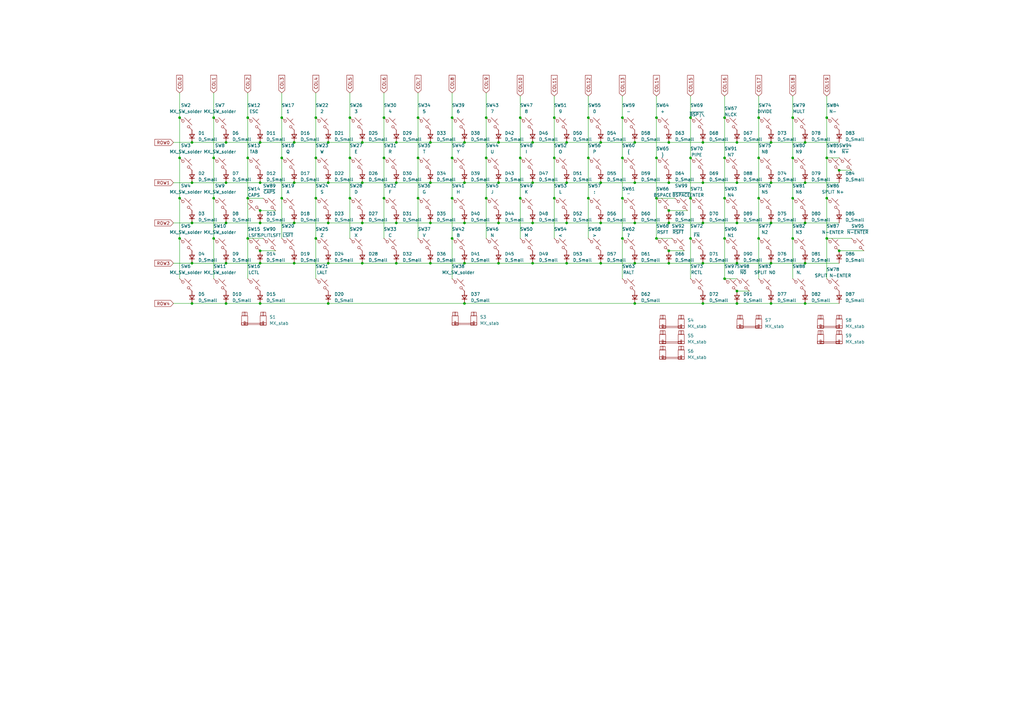
<source format=kicad_sch>
(kicad_sch (version 20230121) (generator eeschema)
  (paper "A3")
  (junction (at 92.71 74.93))
  (junction (at 218.44 91.44))
  (junction (at 92.71 91.44))
  (junction (at 227.33 48.26))
  (junction (at 129.54 81.28))
  (junction (at 260.35 74.93))
  (junction (at 115.57 81.28))
  (junction (at 134.62 107.95))
  (junction (at 213.36 81.28))
  (junction (at 157.48 81.28))
  (junction (at 157.48 48.26))
  (junction (at 297.18 48.26))
  (junction (at 311.15 97.79))
  (junction (at 339.09 97.79))
  (junction (at 218.44 58.42))
  (junction (at 199.39 81.28))
  (junction (at 134.62 74.93))
  (junction (at 190.5 124.46))
  (junction (at 78.74 74.93))
  (junction (at 148.59 58.42))
  (junction (at 87.63 97.79))
  (junction (at 246.38 74.93))
  (junction (at 134.62 58.42))
  (junction (at 92.71 107.95))
  (junction (at 190.5 74.93))
  (junction (at 157.48 64.77))
  (junction (at 199.39 64.77))
  (junction (at 115.57 64.77))
  (junction (at 316.23 91.44))
  (junction (at 213.36 64.77))
  (junction (at 255.27 48.26))
  (junction (at 162.56 107.95))
  (junction (at 274.32 86.36))
  (junction (at 339.09 64.77))
  (junction (at 227.33 64.77))
  (junction (at 120.65 91.44))
  (junction (at 106.68 86.36))
  (junction (at 129.54 48.26))
  (junction (at 260.35 91.44))
  (junction (at 241.3 64.77))
  (junction (at 316.23 107.95))
  (junction (at 269.24 64.77))
  (junction (at 269.24 48.26))
  (junction (at 148.59 74.93))
  (junction (at 246.38 107.95))
  (junction (at 246.38 58.42))
  (junction (at 185.42 64.77))
  (junction (at 325.12 64.77))
  (junction (at 311.15 81.28))
  (junction (at 185.42 48.26))
  (junction (at 218.44 107.95))
  (junction (at 120.65 107.95))
  (junction (at 204.47 91.44))
  (junction (at 106.68 124.46))
  (junction (at 129.54 97.79))
  (junction (at 129.54 64.77))
  (junction (at 101.6 97.79))
  (junction (at 213.36 48.26))
  (junction (at 246.38 91.44))
  (junction (at 274.32 74.93))
  (junction (at 232.41 74.93))
  (junction (at 283.21 97.79))
  (junction (at 73.66 81.28))
  (junction (at 330.2 124.46))
  (junction (at 260.35 124.46))
  (junction (at 274.32 91.44))
  (junction (at 143.51 81.28))
  (junction (at 283.21 81.28))
  (junction (at 101.6 81.28))
  (junction (at 288.29 58.42))
  (junction (at 283.21 48.26))
  (junction (at 255.27 81.28))
  (junction (at 120.65 58.42))
  (junction (at 87.63 64.77))
  (junction (at 106.68 91.44))
  (junction (at 297.18 114.3))
  (junction (at 269.24 97.79))
  (junction (at 106.68 102.87))
  (junction (at 106.68 58.42))
  (junction (at 171.45 48.26))
  (junction (at 185.42 97.79))
  (junction (at 330.2 74.93))
  (junction (at 190.5 58.42))
  (junction (at 325.12 81.28))
  (junction (at 162.56 91.44))
  (junction (at 78.74 107.95))
  (junction (at 311.15 64.77))
  (junction (at 204.47 58.42))
  (junction (at 171.45 81.28))
  (junction (at 218.44 74.93))
  (junction (at 297.18 97.79))
  (junction (at 269.24 81.28))
  (junction (at 316.23 58.42))
  (junction (at 148.59 107.95))
  (junction (at 330.2 58.42))
  (junction (at 199.39 48.26))
  (junction (at 302.26 119.38))
  (junction (at 190.5 91.44))
  (junction (at 288.29 124.46))
  (junction (at 260.35 58.42))
  (junction (at 171.45 64.77))
  (junction (at 316.23 74.93))
  (junction (at 344.17 102.87))
  (junction (at 288.29 74.93))
  (junction (at 92.71 58.42))
  (junction (at 190.5 107.95))
  (junction (at 316.23 124.46))
  (junction (at 87.63 48.26))
  (junction (at 302.26 91.44))
  (junction (at 162.56 58.42))
  (junction (at 176.53 74.93))
  (junction (at 227.33 81.28))
  (junction (at 73.66 48.26))
  (junction (at 241.3 48.26))
  (junction (at 120.65 74.93))
  (junction (at 302.26 74.93))
  (junction (at 330.2 107.95))
  (junction (at 297.18 81.28))
  (junction (at 344.17 69.85))
  (junction (at 325.12 48.26))
  (junction (at 325.12 97.79))
  (junction (at 339.09 81.28))
  (junction (at 241.3 81.28))
  (junction (at 204.47 74.93))
  (junction (at 274.32 107.95))
  (junction (at 274.32 58.42))
  (junction (at 297.18 64.77))
  (junction (at 255.27 64.77))
  (junction (at 302.26 124.46))
  (junction (at 134.62 91.44))
  (junction (at 101.6 64.77))
  (junction (at 185.42 81.28))
  (junction (at 302.26 107.95))
  (junction (at 330.2 91.44))
  (junction (at 148.59 91.44))
  (junction (at 78.74 58.42))
  (junction (at 78.74 91.44))
  (junction (at 274.32 102.87))
  (junction (at 176.53 107.95))
  (junction (at 283.21 64.77))
  (junction (at 73.66 97.79))
  (junction (at 204.47 107.95))
  (junction (at 134.62 124.46))
  (junction (at 92.71 124.46))
  (junction (at 255.27 97.79))
  (junction (at 232.41 107.95))
  (junction (at 143.51 64.77))
  (junction (at 106.68 74.93))
  (junction (at 143.51 48.26))
  (junction (at 339.09 48.26))
  (junction (at 288.29 91.44))
  (junction (at 106.68 107.95))
  (junction (at 260.35 107.95))
  (junction (at 73.66 64.77))
  (junction (at 176.53 91.44))
  (junction (at 302.26 58.42))
  (junction (at 101.6 48.26))
  (junction (at 232.41 58.42))
  (junction (at 288.29 107.95))
  (junction (at 87.63 81.28))
  (junction (at 232.41 91.44))
  (junction (at 311.15 48.26))
  (junction (at 162.56 74.93))
  (junction (at 176.53 58.42))
  (junction (at 78.74 124.46))
  (junction (at 115.57 48.26))
  (wire (pts (xy 297.18 39.37) (xy 297.18 48.26)))
  (wire (pts (xy 199.39 38.1) (xy 199.39 48.26)))
  (wire (pts (xy 274.32 91.44) (xy 288.29 91.44)))
  (wire (pts (xy 227.33 48.26) (xy 227.33 64.77)))
  (wire (pts (xy 157.48 38.1) (xy 157.48 48.26)))
  (wire (pts (xy 218.44 74.93) (xy 232.41 74.93)))
  (wire (pts (xy 101.6 97.79) (xy 101.6 114.3)))
  (wire (pts (xy 115.57 64.77) (xy 115.57 81.28)))
  (wire (pts (xy 241.3 39.37) (xy 241.3 48.26)))
  (wire (pts (xy 232.41 74.93) (xy 246.38 74.93)))
  (wire (pts (xy 129.54 81.28) (xy 129.54 97.79)))
  (wire (pts (xy 330.2 91.44) (xy 344.17 91.44)))
  (wire (pts (xy 73.66 81.28) (xy 73.66 97.79)))
  (wire (pts (xy 106.68 107.95) (xy 120.65 107.95)))
  (wire (pts (xy 311.15 64.77) (xy 311.15 81.28)))
  (wire (pts (xy 311.15 97.79) (xy 311.15 114.3)))
  (wire (pts (xy 101.6 97.79) (xy 107.95 97.79)))
  (wire (pts (xy 288.29 58.42) (xy 302.26 58.42)))
  (wire (pts (xy 87.63 64.77) (xy 87.63 81.28)))
  (wire (pts (xy 129.54 64.77) (xy 129.54 81.28)))
  (wire (pts (xy 87.63 38.1) (xy 87.63 48.26)))
  (wire (pts (xy 106.68 74.93) (xy 120.65 74.93)))
  (wire (pts (xy 339.09 64.77) (xy 344.17 64.77)))
  (wire (pts (xy 129.54 38.1) (xy 129.54 48.26)))
  (wire (pts (xy 269.24 81.28) (xy 269.24 97.79)))
  (wire (pts (xy 213.36 48.26) (xy 213.36 64.77)))
  (wire (pts (xy 148.59 107.95) (xy 162.56 107.95)))
  (wire (pts (xy 325.12 81.28) (xy 325.12 97.79)))
  (wire (pts (xy 148.59 74.93) (xy 162.56 74.93)))
  (wire (pts (xy 190.5 107.95) (xy 204.47 107.95)))
  (wire (pts (xy 199.39 81.28) (xy 199.39 97.79)))
  (wire (pts (xy 325.12 39.37) (xy 325.12 48.26)))
  (wire (pts (xy 171.45 64.77) (xy 171.45 81.28)))
  (wire (pts (xy 106.68 124.46) (xy 134.62 124.46)))
  (wire (pts (xy 106.68 91.44) (xy 120.65 91.44)))
  (wire (pts (xy 115.57 48.26) (xy 115.57 64.77)))
  (wire (pts (xy 162.56 107.95) (xy 176.53 107.95)))
  (wire (pts (xy 325.12 97.79) (xy 325.12 114.3)))
  (wire (pts (xy 143.51 48.26) (xy 143.51 64.77)))
  (wire (pts (xy 157.48 48.26) (xy 157.48 64.77)))
  (wire (pts (xy 213.36 64.77) (xy 213.36 81.28)))
  (wire (pts (xy 73.66 38.1) (xy 73.66 48.26)))
  (wire (pts (xy 260.35 124.46) (xy 288.29 124.46)))
  (wire (pts (xy 283.21 97.79) (xy 283.21 114.3)))
  (wire (pts (xy 330.2 58.42) (xy 344.17 58.42)))
  (wire (pts (xy 199.39 48.26) (xy 199.39 64.77)))
  (wire (pts (xy 269.24 81.28) (xy 276.86 81.28)))
  (wire (pts (xy 269.24 48.26) (xy 269.24 64.77)))
  (wire (pts (xy 232.41 107.95) (xy 246.38 107.95)))
  (wire (pts (xy 185.42 64.77) (xy 185.42 81.28)))
  (wire (pts (xy 325.12 64.77) (xy 325.12 81.28)))
  (wire (pts (xy 78.74 124.46) (xy 92.71 124.46)))
  (wire (pts (xy 101.6 38.1) (xy 101.6 48.26)))
  (wire (pts (xy 316.23 74.93) (xy 330.2 74.93)))
  (wire (pts (xy 325.12 48.26) (xy 325.12 64.77)))
  (wire (pts (xy 344.17 102.87) (xy 354.33 102.87)))
  (wire (pts (xy 106.68 86.36) (xy 113.03 86.36)))
  (wire (pts (xy 311.15 39.37) (xy 311.15 48.26)))
  (wire (pts (xy 269.24 64.77) (xy 269.24 81.28)))
  (wire (pts (xy 311.15 48.26) (xy 311.15 64.77)))
  (wire (pts (xy 302.26 107.95) (xy 316.23 107.95)))
  (wire (pts (xy 246.38 58.42) (xy 260.35 58.42)))
  (wire (pts (xy 283.21 81.28) (xy 283.21 97.79)))
  (wire (pts (xy 330.2 74.93) (xy 344.17 74.93)))
  (wire (pts (xy 269.24 97.79) (xy 275.59 97.79)))
  (wire (pts (xy 302.26 119.38) (xy 307.34 119.38)))
  (wire (pts (xy 241.3 64.77) (xy 241.3 81.28)))
  (wire (pts (xy 134.62 107.95) (xy 148.59 107.95)))
  (wire (pts (xy 176.53 107.95) (xy 190.5 107.95)))
  (wire (pts (xy 78.74 74.93) (xy 92.71 74.93)))
  (wire (pts (xy 71.12 107.95) (xy 78.74 107.95)))
  (wire (pts (xy 255.27 64.77) (xy 255.27 81.28)))
  (wire (pts (xy 227.33 81.28) (xy 227.33 97.79)))
  (wire (pts (xy 115.57 81.28) (xy 115.57 97.79)))
  (wire (pts (xy 339.09 97.79) (xy 339.09 114.3)))
  (wire (pts (xy 148.59 58.42) (xy 162.56 58.42)))
  (wire (pts (xy 143.51 81.28) (xy 143.51 97.79)))
  (wire (pts (xy 302.26 74.93) (xy 316.23 74.93)))
  (wire (pts (xy 283.21 64.77) (xy 283.21 81.28)))
  (wire (pts (xy 120.65 74.93) (xy 134.62 74.93)))
  (wire (pts (xy 274.32 86.36) (xy 281.94 86.36)))
  (wire (pts (xy 87.63 48.26) (xy 87.63 64.77)))
  (wire (pts (xy 134.62 74.93) (xy 148.59 74.93)))
  (wire (pts (xy 241.3 48.26) (xy 241.3 64.77)))
  (wire (pts (xy 176.53 58.42) (xy 190.5 58.42)))
  (wire (pts (xy 115.57 38.1) (xy 115.57 48.26)))
  (wire (pts (xy 218.44 58.42) (xy 232.41 58.42)))
  (wire (pts (xy 339.09 97.79) (xy 349.25 97.79)))
  (wire (pts (xy 129.54 48.26) (xy 129.54 64.77)))
  (wire (pts (xy 134.62 124.46) (xy 190.5 124.46)))
  (wire (pts (xy 73.66 64.77) (xy 73.66 81.28)))
  (wire (pts (xy 204.47 91.44) (xy 218.44 91.44)))
  (wire (pts (xy 260.35 58.42) (xy 274.32 58.42)))
  (wire (pts (xy 227.33 64.77) (xy 227.33 81.28)))
  (wire (pts (xy 288.29 124.46) (xy 302.26 124.46)))
  (wire (pts (xy 269.24 39.37) (xy 269.24 48.26)))
  (wire (pts (xy 185.42 48.26) (xy 185.42 64.77)))
  (wire (pts (xy 92.71 107.95) (xy 106.68 107.95)))
  (wire (pts (xy 232.41 91.44) (xy 246.38 91.44)))
  (wire (pts (xy 92.71 124.46) (xy 106.68 124.46)))
  (wire (pts (xy 101.6 64.77) (xy 101.6 81.28)))
  (wire (pts (xy 204.47 58.42) (xy 218.44 58.42)))
  (wire (pts (xy 190.5 58.42) (xy 204.47 58.42)))
  (wire (pts (xy 185.42 38.1) (xy 185.42 48.26)))
  (wire (pts (xy 143.51 38.1) (xy 143.51 48.26)))
  (wire (pts (xy 246.38 74.93) (xy 260.35 74.93)))
  (wire (pts (xy 302.26 58.42) (xy 316.23 58.42)))
  (wire (pts (xy 120.65 91.44) (xy 134.62 91.44)))
  (wire (pts (xy 255.27 39.37) (xy 255.27 48.26)))
  (wire (pts (xy 87.63 81.28) (xy 87.63 97.79)))
  (wire (pts (xy 176.53 74.93) (xy 190.5 74.93)))
  (wire (pts (xy 213.36 81.28) (xy 213.36 97.79)))
  (wire (pts (xy 185.42 97.79) (xy 185.42 114.3)))
  (wire (pts (xy 71.12 74.93) (xy 78.74 74.93)))
  (wire (pts (xy 339.09 64.77) (xy 339.09 81.28)))
  (wire (pts (xy 344.17 69.85) (xy 349.25 69.85)))
  (wire (pts (xy 288.29 91.44) (xy 302.26 91.44)))
  (wire (pts (xy 260.35 91.44) (xy 274.32 91.44)))
  (wire (pts (xy 134.62 91.44) (xy 148.59 91.44)))
  (wire (pts (xy 162.56 91.44) (xy 176.53 91.44)))
  (wire (pts (xy 330.2 107.95) (xy 344.17 107.95)))
  (wire (pts (xy 297.18 97.79) (xy 297.18 114.3)))
  (wire (pts (xy 241.3 81.28) (xy 241.3 97.79)))
  (wire (pts (xy 171.45 48.26) (xy 171.45 64.77)))
  (wire (pts (xy 232.41 58.42) (xy 246.38 58.42)))
  (wire (pts (xy 71.12 91.44) (xy 78.74 91.44)))
  (wire (pts (xy 255.27 81.28) (xy 255.27 97.79)))
  (wire (pts (xy 227.33 39.37) (xy 227.33 48.26)))
  (wire (pts (xy 316.23 124.46) (xy 330.2 124.46)))
  (wire (pts (xy 148.59 91.44) (xy 162.56 91.44)))
  (wire (pts (xy 316.23 58.42) (xy 330.2 58.42)))
  (wire (pts (xy 171.45 81.28) (xy 171.45 97.79)))
  (wire (pts (xy 311.15 81.28) (xy 311.15 97.79)))
  (wire (pts (xy 106.68 58.42) (xy 120.65 58.42)))
  (wire (pts (xy 199.39 64.77) (xy 199.39 81.28)))
  (wire (pts (xy 73.66 97.79) (xy 73.66 114.3)))
  (wire (pts (xy 339.09 81.28) (xy 339.09 97.79)))
  (wire (pts (xy 213.36 39.37) (xy 213.36 48.26)))
  (wire (pts (xy 92.71 74.93) (xy 106.68 74.93)))
  (wire (pts (xy 71.12 124.46) (xy 78.74 124.46)))
  (wire (pts (xy 288.29 74.93) (xy 302.26 74.93)))
  (wire (pts (xy 255.27 97.79) (xy 255.27 114.3)))
  (wire (pts (xy 204.47 107.95) (xy 218.44 107.95)))
  (wire (pts (xy 274.32 107.95) (xy 288.29 107.95)))
  (wire (pts (xy 339.09 48.26) (xy 339.09 64.77)))
  (wire (pts (xy 302.26 91.44) (xy 316.23 91.44)))
  (wire (pts (xy 302.26 124.46) (xy 316.23 124.46)))
  (wire (pts (xy 71.12 58.42) (xy 78.74 58.42)))
  (wire (pts (xy 260.35 107.95) (xy 274.32 107.95)))
  (wire (pts (xy 297.18 114.3) (xy 302.26 114.3)))
  (wire (pts (xy 92.71 58.42) (xy 106.68 58.42)))
  (wire (pts (xy 185.42 81.28) (xy 185.42 97.79)))
  (wire (pts (xy 246.38 91.44) (xy 260.35 91.44)))
  (wire (pts (xy 330.2 124.46) (xy 344.17 124.46)))
  (wire (pts (xy 283.21 39.37) (xy 283.21 48.26)))
  (wire (pts (xy 274.32 58.42) (xy 288.29 58.42)))
  (wire (pts (xy 78.74 91.44) (xy 92.71 91.44)))
  (wire (pts (xy 157.48 64.77) (xy 157.48 81.28)))
  (wire (pts (xy 134.62 58.42) (xy 148.59 58.42)))
  (wire (pts (xy 129.54 97.79) (xy 129.54 114.3)))
  (wire (pts (xy 274.32 74.93) (xy 288.29 74.93)))
  (wire (pts (xy 218.44 107.95) (xy 232.41 107.95)))
  (wire (pts (xy 297.18 81.28) (xy 297.18 97.79)))
  (wire (pts (xy 162.56 74.93) (xy 176.53 74.93)))
  (wire (pts (xy 143.51 64.77) (xy 143.51 81.28)))
  (wire (pts (xy 78.74 107.95) (xy 92.71 107.95)))
  (wire (pts (xy 274.32 102.87) (xy 280.67 102.87)))
  (wire (pts (xy 339.09 39.37) (xy 339.09 48.26)))
  (wire (pts (xy 87.63 97.79) (xy 87.63 114.3)))
  (wire (pts (xy 246.38 107.95) (xy 260.35 107.95)))
  (wire (pts (xy 190.5 91.44) (xy 204.47 91.44)))
  (wire (pts (xy 162.56 58.42) (xy 176.53 58.42)))
  (wire (pts (xy 297.18 48.26) (xy 297.18 64.77)))
  (wire (pts (xy 106.68 102.87) (xy 113.03 102.87)))
  (wire (pts (xy 101.6 81.28) (xy 101.6 97.79)))
  (wire (pts (xy 101.6 48.26) (xy 101.6 64.77)))
  (wire (pts (xy 255.27 48.26) (xy 255.27 64.77)))
  (wire (pts (xy 120.65 107.95) (xy 134.62 107.95)))
  (wire (pts (xy 218.44 91.44) (xy 232.41 91.44)))
  (wire (pts (xy 78.74 58.42) (xy 92.71 58.42)))
  (wire (pts (xy 176.53 91.44) (xy 190.5 91.44)))
  (wire (pts (xy 283.21 48.26) (xy 283.21 64.77)))
  (wire (pts (xy 288.29 107.95) (xy 302.26 107.95)))
  (wire (pts (xy 92.71 91.44) (xy 106.68 91.44)))
  (wire (pts (xy 190.5 124.46) (xy 260.35 124.46)))
  (wire (pts (xy 204.47 74.93) (xy 218.44 74.93)))
  (wire (pts (xy 157.48 81.28) (xy 157.48 97.79)))
  (wire (pts (xy 260.35 74.93) (xy 274.32 74.93)))
  (wire (pts (xy 316.23 107.95) (xy 330.2 107.95)))
  (wire (pts (xy 101.6 81.28) (xy 107.95 81.28)))
  (wire (pts (xy 297.18 64.77) (xy 297.18 81.28)))
  (wire (pts (xy 316.23 91.44) (xy 330.2 91.44)))
  (wire (pts (xy 73.66 48.26) (xy 73.66 64.77)))
  (wire (pts (xy 171.45 38.1) (xy 171.45 48.26)))
  (wire (pts (xy 190.5 74.93) (xy 204.47 74.93)))
  (wire (pts (xy 120.65 58.42) (xy 134.62 58.42)))
  (global_label "COL2" (shape input) (at 101.6 38.1 90) (property "Intersheetrefs" "${INTERSHEET_REFS}" (effects hide)))
  (global_label "COL5" (shape input) (at 143.51 38.1 90) (property "Intersheetrefs" "${INTERSHEET_REFS}" (effects hide)))
  (global_label "COL3" (shape input) (at 115.57 38.1 90) (property "Intersheetrefs" "${INTERSHEET_REFS}" (effects hide)))
  (global_label "COL18" (shape input) (at 325.12 39.37 90) (property "Intersheetrefs" "${INTERSHEET_REFS}" (effects hide)))
  (global_label "COL16" (shape input) (at 297.18 39.37 90) (property "Intersheetrefs" "${INTERSHEET_REFS}" (effects hide)))
  (global_label "COL1" (shape input) (at 87.63 38.1 90) (property "Intersheetrefs" "${INTERSHEET_REFS}" (effects hide)))
  (global_label "ROW2" (shape input) (at 71.12 91.44 180) (property "Intersheetrefs" "${INTERSHEET_REFS}" (effects hide)))
  (global_label "COL15" (shape input) (at 283.21 39.37 90) (property "Intersheetrefs" "${INTERSHEET_REFS}" (effects hide)))
  (global_label "ROW3" (shape input) (at 71.12 107.95 180) (property "Intersheetrefs" "${INTERSHEET_REFS}" (effects hide)))
  (global_label "ROW1" (shape input) (at 71.12 74.93 180) (property "Intersheetrefs" "${INTERSHEET_REFS}" (effects hide)))
  (global_label "COL0" (shape input) (at 73.66 38.1 90) (property "Intersheetrefs" "${INTERSHEET_REFS}" (effects hide)))
  (global_label "ROW0" (shape input) (at 71.12 58.42 180) (property "Intersheetrefs" "${INTERSHEET_REFS}" (effects hide)))
  (global_label "COL13" (shape input) (at 255.27 39.37 90) (property "Intersheetrefs" "${INTERSHEET_REFS}" (effects hide)))
  (global_label "COL12" (shape input) (at 241.3 39.37 90) (property "Intersheetrefs" "${INTERSHEET_REFS}" (effects hide)))
  (global_label "COL14" (shape input) (at 269.24 39.37 90) (property "Intersheetrefs" "${INTERSHEET_REFS}" (effects hide)))
  (global_label "ROW4" (shape input) (at 71.12 124.46 180) (property "Intersheetrefs" "${INTERSHEET_REFS}" (effects hide)))
  (global_label "COL17" (shape input) (at 311.15 39.37 90) (property "Intersheetrefs" "${INTERSHEET_REFS}" (effects hide)))
  (global_label "COL19" (shape input) (at 339.09 39.37 90) (property "Intersheetrefs" "${INTERSHEET_REFS}" (effects hide)))
  (global_label "COL6" (shape input) (at 157.48 38.1 90) (property "Intersheetrefs" "${INTERSHEET_REFS}" (effects hide)))
  (global_label "COL10" (shape input) (at 213.36 39.37 90) (property "Intersheetrefs" "${INTERSHEET_REFS}" (effects hide)))
  (global_label "COL8" (shape input) (at 185.42 38.1 90) (property "Intersheetrefs" "${INTERSHEET_REFS}" (effects hide)))
  (global_label "COL7" (shape input) (at 171.45 38.1 90) (property "Intersheetrefs" "${INTERSHEET_REFS}" (effects hide)))
  (global_label "COL9" (shape input) (at 199.39 38.1 90) (property "Intersheetrefs" "${INTERSHEET_REFS}" (effects hide)))
  (global_label "COL4" (shape input) (at 129.54 38.1 90) (property "Intersheetrefs" "${INTERSHEET_REFS}" (effects hide)))
  (global_label "COL11" (shape input) (at 227.33 39.37 90) (property "Intersheetrefs" "${INTERSHEET_REFS}" (effects hide)))
  (symbol (lib_id "marbastlib-mx:MX_SW_solder") (at 76.2 100.33 0) (unit 1)
    (property "Reference" "SW5" (at 76.2 92.71 0))
    (property "Value" "MX_SW_solder" (at 76.2 95.25 0))
    (property "Footprint" "PCM_marbastlib-mx:SW_MX_1u" (effects hide))
  )
  (symbol (lib_id "marbastlib-mx:MX_SW_solder") (at 351.79 100.33 0) (unit 1)
    (property "Reference" "SW95" (at 351.79 92.71 0))
    (property "Value" "~{N-ENTER}" (at 351.79 95.25 0))
    (property "Footprint" "PCM_marbastlib-mx:SW_MX_1u" (effects hide))
  )
  (symbol (lib_id "marbastlib-mx:MX_SW_solder") (at 341.63 50.8 0) (unit 1)
    (property "Reference" "SW84" (at 341.63 43.18 0))
    (property "Value" "N-" (at 341.63 45.72 0))
    (property "Footprint" "PCM_marbastlib-mx:SW_MX_1u" (effects hide))
  )
  (symbol (lib_id "Device:D_Small") (at 344.17 55.88 90) (unit 1)
    (property "Reference" "D83" (at 346.71 54.6099 90) (effects (justify right)))
    (property "Value" "D_Small" (at 346.71 57.1499 90) (effects (justify right)))
    (property "Footprint" "Diode_SMD:D_SOD-123" (effects hide))
  )
  (symbol (lib_id "marbastlib-mx:MX_SW_solder") (at 90.17 116.84 0) (unit 1)
    (property "Reference" "SW11" (at 90.17 109.22 0))
    (property "Value" "MX_SW_solder" (at 90.17 111.76 0))
    (property "Footprint" "PCM_marbastlib-mx:SW_MX_1u" (effects hide))
  )
  (symbol (lib_id "marbastlib-mx:MX_SW_solder") (at 257.81 83.82 0) (unit 1)
    (property "Reference" "SW61" (at 257.81 77.47 0))
    (property "Value" "\"" (at 257.81 80.01 0))
    (property "Footprint" "PCM_marbastlib-mx:SW_MX_1u" (effects hide))
  )
  (symbol (lib_id "marbastlib-mx:MX_SW_solder") (at 187.96 100.33 0) (unit 1)
    (property "Reference" "SW42" (at 187.96 93.98 0))
    (property "Value" "B" (at 187.96 96.52 0))
    (property "Footprint" "PCM_marbastlib-mx:SW_MX_1u" (effects hide))
  )
  (symbol (lib_id "marbastlib-mx:MX_SW_solder") (at 285.75 116.84 0) (unit 1)
    (property "Reference" "SW73" (at 285.75 109.22 0))
    (property "Value" "RCTL" (at 285.75 111.76 0))
    (property "Footprint" "PCM_marbastlib-mx:SW_MX_1.5u" (effects hide))
  )
  (symbol (lib_id "marbastlib-mx:MX_SW_solder") (at 304.8 116.84 0) (unit 1)
    (property "Reference" "SW98" (at 304.8 109.22 0))
    (property "Value" "~{N0}" (at 304.8 111.76 0))
    (property "Footprint" "PCM_marbastlib-mx:SW_MX_1u" (effects hide))
  )
  (symbol (lib_id "marbastlib-mx:MX_SW_solder") (at 76.2 67.31 0) (unit 1)
    (property "Reference" "SW3" (at 76.2 59.69 0))
    (property "Value" "MX_SW_solder" (at 76.2 62.23 0))
    (property "Footprint" "PCM_marbastlib-mx:SW_MX_1u" (effects hide))
  )
  (symbol (lib_id "Device:D_Small") (at 78.74 55.88 90) (unit 1)
    (property "Reference" "D1" (at 81.28 54.6099 90) (effects (justify right)))
    (property "Value" "D_Small" (at 81.28 57.1499 90) (effects (justify right)))
    (property "Footprint" "Diode_SMD:D_SOD-123" (effects hide))
  )
  (symbol (lib_id "Device:D_Small") (at 260.35 55.88 90) (unit 1)
    (property "Reference" "D58" (at 262.89 54.6099 90) (effects (justify right)))
    (property "Value" "D_Small" (at 262.89 57.1499 90) (effects (justify right)))
    (property "Footprint" "Diode_SMD:D_SOD-123" (effects hide))
  )
  (symbol (lib_id "marbastlib-mx:MX_SW_solder") (at 313.69 67.31 0) (unit 1)
    (property "Reference" "SW75" (at 313.69 59.69 0))
    (property "Value" "N8" (at 313.69 62.23 0))
    (property "Footprint" "PCM_marbastlib-mx:SW_MX_1u" (effects hide))
  )
  (symbol (lib_id "Device:D_Small") (at 78.74 105.41 90) (unit 1)
    (property "Reference" "D4" (at 81.28 104.1399 90) (effects (justify right)))
    (property "Value" "D_Small" (at 81.28 106.6799 90) (effects (justify right)))
    (property "Footprint" "Diode_SMD:D_SOD-123" (effects hide))
  )
  (symbol (lib_id "marbastlib-mx:MX_SW_solder") (at 243.84 100.33 0) (unit 1)
    (property "Reference" "SW58" (at 243.84 93.98 0))
    (property "Value" ">" (at 243.84 96.52 0))
    (property "Footprint" "PCM_marbastlib-mx:SW_MX_1u" (effects hide))
  )
  (symbol (lib_id "Device:D_Small") (at 106.68 105.41 90) (unit 1)
    (property "Reference" "D14" (at 109.22 104.1399 90) (effects (justify right)))
    (property "Value" "D_Small" (at 109.22 106.6799 90) (effects (justify right)))
    (property "Footprint" "Diode_SMD:D_SOD-123" (effects hide))
  )
  (symbol (lib_id "Device:D_Small") (at 232.41 72.39 90) (unit 1)
    (property "Reference" "D51" (at 234.95 71.1199 90) (effects (justify right)))
    (property "Value" "D_Small" (at 234.95 73.6599 90) (effects (justify right)))
    (property "Footprint" "Diode_SMD:D_SOD-123" (effects hide))
  )
  (symbol (lib_id "marbastlib-mx:MX_SW_solder") (at 257.81 100.33 0) (unit 1)
    (property "Reference" "SW62" (at 257.81 93.98 0))
    (property "Value" "?" (at 257.81 96.52 0))
    (property "Footprint" "PCM_marbastlib-mx:SW_MX_1u" (effects hide))
  )
  (symbol (lib_id "Device:D_Small") (at 162.56 88.9 90) (unit 1)
    (property "Reference" "D31" (at 165.1 87.6299 90) (effects (justify right)))
    (property "Value" "D_Small" (at 165.1 90.1699 90) (effects (justify right)))
    (property "Footprint" "Diode_SMD:D_SOD-123" (effects hide))
  )
  (symbol (lib_id "marbastlib-mx:MX_stab") (at 275.59 132.08 0) (unit 1)
    (property "Reference" "S4" (at 281.94 131.318 0) (effects (justify left)))
    (property "Value" "MX_stab" (at 281.94 133.858 0) (effects (justify left)))
    (property "Footprint" "PCM_marbastlib-mx:STAB_MX_P_2u" (effects hide))
  )
  (symbol (lib_id "Device:D_Small") (at 246.38 105.41 90) (unit 1)
    (property "Reference" "D57" (at 248.92 104.1399 90) (effects (justify right)))
    (property "Value" "D_Small" (at 248.92 106.6799 90) (effects (justify right)))
    (property "Footprint" "Diode_SMD:D_SOD-123" (effects hide))
  )
  (symbol (lib_id "Device:D_Small") (at 204.47 88.9 90) (unit 1)
    (property "Reference" "D44" (at 207.01 87.6299 90) (effects (justify right)))
    (property "Value" "D_Small" (at 207.01 90.1699 90) (effects (justify right)))
    (property "Footprint" "Diode_SMD:D_SOD-123" (effects hide))
  )
  (symbol (lib_id "Device:D_Small") (at 204.47 55.88 90) (unit 1)
    (property "Reference" "D42" (at 207.01 54.6099 90) (effects (justify right)))
    (property "Value" "D_Small" (at 207.01 57.1499 90) (effects (justify right)))
    (property "Footprint" "Diode_SMD:D_SOD-123" (effects hide))
  )
  (symbol (lib_id "marbastlib-mx:MX_SW_solder") (at 299.72 67.31 0) (unit 1)
    (property "Reference" "SW91" (at 299.72 60.96 0))
    (property "Value" "N7" (at 299.72 63.5 0))
    (property "Footprint" "PCM_marbastlib-mx:SW_MX_1u" (effects hide))
  )
  (symbol (lib_id "marbastlib-mx:MX_SW_solder") (at 346.71 67.31 0) (unit 1)
    (property "Reference" "SW94" (at 346.71 59.69 0))
    (property "Value" "~{N+}" (at 346.71 62.23 0))
    (property "Footprint" "PCM_marbastlib-mx:SW_MX_1u" (effects hide))
  )
  (symbol (lib_id "marbastlib-mx:MX_SW_solder") (at 327.66 67.31 0) (unit 1)
    (property "Reference" "SW80" (at 327.66 59.69 0))
    (property "Value" "N9" (at 327.66 62.23 0))
    (property "Footprint" "PCM_marbastlib-mx:SW_MX_1u" (effects hide))
  )
  (symbol (lib_id "Device:D_Small") (at 120.65 88.9 90) (unit 1)
    (property "Reference" "D18" (at 123.19 87.6299 90) (effects (justify right)))
    (property "Value" "D_Small" (at 123.19 90.1699 90) (effects (justify right)))
    (property "Footprint" "Diode_SMD:D_SOD-123" (effects hide))
  )
  (symbol (lib_id "marbastlib-mx:MX_SW_solder") (at 110.49 83.82 0) (unit 1)
    (property "Reference" "SW89" (at 110.49 76.2 0))
    (property "Value" "~{CAPS}" (at 110.49 78.74 0))
    (property "Footprint" "PCM_marbastlib-mx:SW_MX_1.25u" (effects hide))
  )
  (symbol (lib_id "marbastlib-mx:MX_SW_solder") (at 229.87 83.82 0) (unit 1)
    (property "Reference" "SW53" (at 229.87 76.2 0))
    (property "Value" "L" (at 229.87 78.74 0))
    (property "Footprint" "PCM_marbastlib-mx:SW_MX_1u" (effects hide))
  )
  (symbol (lib_id "Device:D_Small") (at 218.44 88.9 90) (unit 1)
    (property "Reference" "D48" (at 220.98 87.6299 90) (effects (justify right)))
    (property "Value" "D_Small" (at 220.98 90.1699 90) (effects (justify right)))
    (property "Footprint" "Diode_SMD:D_SOD-123" (effects hide))
  )
  (symbol (lib_id "marbastlib-mx:MX_stab") (at 275.59 144.78 0) (unit 1)
    (property "Reference" "S6" (at 281.94 144.018 0) (effects (justify left)))
    (property "Value" "MX_stab" (at 281.94 146.558 0) (effects (justify left)))
    (property "Footprint" "PCM_marbastlib-mx:STAB_MX_P_2.75u" (effects hide))
  )
  (symbol (lib_id "Device:D_Small") (at 134.62 88.9 90) (unit 1)
    (property "Reference" "D23" (at 137.16 87.6299 90) (effects (justify right)))
    (property "Value" "D_Small" (at 137.16 90.1699 90) (effects (justify right)))
    (property "Footprint" "Diode_SMD:D_SOD-123" (effects hide))
  )
  (symbol (lib_id "marbastlib-mx:MX_SW_solder") (at 201.93 83.82 0) (unit 1)
    (property "Reference" "SW45" (at 201.93 76.2 0))
    (property "Value" "J" (at 201.93 78.74 0))
    (property "Footprint" "PCM_marbastlib-mx:SW_MX_1u" (effects hide))
  )
  (symbol (lib_id "marbastlib-mx:MX_stab") (at 190.5 130.81 0) (unit 1)
    (property "Reference" "S3" (at 196.85 130.048 0) (effects (justify left)))
    (property "Value" "MX_stab" (at 196.85 132.588 0) (effects (justify left)))
    (property "Footprint" "PCM_marbastlib-mx:STAB_MX_P_2.25u" (effects hide))
  )
  (symbol (lib_id "Device:D_Small") (at 134.62 72.39 90) (unit 1)
    (property "Reference" "D22" (at 137.16 71.1199 90) (effects (justify right)))
    (property "Value" "D_Small" (at 137.16 73.6599 90) (effects (justify right)))
    (property "Footprint" "Diode_SMD:D_SOD-123" (effects hide))
  )
  (symbol (lib_id "Device:D_Small") (at 274.32 88.9 90) (unit 1)
    (property "Reference" "D65" (at 276.86 87.6299 90) (effects (justify right)))
    (property "Value" "D_Small" (at 276.86 90.1699 90) (effects (justify right)))
    (property "Footprint" "Diode_SMD:D_SOD-123" (effects hide))
  )
  (symbol (lib_id "Device:D_Small") (at 218.44 72.39 90) (unit 1)
    (property "Reference" "D47" (at 220.98 71.1199 90) (effects (justify right)))
    (property "Value" "D_Small" (at 220.98 73.6599 90) (effects (justify right)))
    (property "Footprint" "Diode_SMD:D_SOD-123" (effects hide))
  )
  (symbol (lib_id "marbastlib-mx:MX_SW_solder") (at 271.78 50.8 0) (unit 1)
    (property "Reference" "SW64" (at 271.78 43.18 0))
    (property "Value" "+" (at 271.78 45.72 0))
    (property "Footprint" "PCM_marbastlib-mx:SW_MX_1u" (effects hide))
  )
  (symbol (lib_id "Device:D_Small") (at 302.26 55.88 90) (unit 1)
    (property "Reference" "D67" (at 304.8 54.6099 90) (effects (justify right)))
    (property "Value" "D_Small" (at 304.8 57.1499 90) (effects (justify right)))
    (property "Footprint" "Diode_SMD:D_SOD-123" (effects hide))
  )
  (symbol (lib_id "marbastlib-mx:MX_SW_solder") (at 257.81 67.31 0) (unit 1)
    (property "Reference" "SW60" (at 257.81 59.69 0))
    (property "Value" "{" (at 257.81 62.23 0))
    (property "Footprint" "PCM_marbastlib-mx:SW_MX_1u" (effects hide))
  )
  (symbol (lib_id "Device:D_Small") (at 176.53 105.41 90) (unit 1)
    (property "Reference" "D36" (at 179.07 104.1399 90) (effects (justify right)))
    (property "Value" "D_Small" (at 179.07 106.6799 90) (effects (justify right)))
    (property "Footprint" "Diode_SMD:D_SOD-123" (effects hide))
  )
  (symbol (lib_id "marbastlib-mx:MX_SW_solder") (at 257.81 116.84 0) (unit 1)
    (property "Reference" "SW63" (at 257.81 109.22 0))
    (property "Value" "RALT" (at 257.81 111.76 0))
    (property "Footprint" "PCM_marbastlib-mx:SW_MX_1.5u" (effects hide))
  )
  (symbol (lib_id "marbastlib-mx:MX_SW_solder") (at 160.02 50.8 0) (unit 1)
    (property "Reference" "SW30" (at 160.02 43.18 0))
    (property "Value" "4" (at 160.02 45.72 0))
    (property "Footprint" "PCM_marbastlib-mx:SW_MX_1u" (effects hide))
  )
  (symbol (lib_id "Device:D_Small") (at 162.56 55.88 90) (unit 1)
    (property "Reference" "D29" (at 165.1 54.6099 90) (effects (justify right)))
    (property "Value" "D_Small" (at 165.1 57.1499 90) (effects (justify right)))
    (property "Footprint" "Diode_SMD:D_SOD-123" (effects hide))
  )
  (symbol (lib_id "marbastlib-mx:MX_SW_solder") (at 285.75 100.33 0) (unit 1)
    (property "Reference" "SW72" (at 285.75 92.71 0))
    (property "Value" "~{FN}" (at 285.75 96.52 0))
    (property "Footprint" "PCM_marbastlib-mx:SW_MX_1u" (effects hide))
  )
  (symbol (lib_id "marbastlib-mx:MX_SW_solder") (at 173.99 83.82 0) (unit 1)
    (property "Reference" "SW36" (at 173.99 76.2 0))
    (property "Value" "G" (at 173.99 78.74 0))
    (property "Footprint" "PCM_marbastlib-mx:SW_MX_1u" (effects hide))
  )
  (symbol (lib_id "marbastlib-mx:MX_SW_solder") (at 118.11 83.82 0) (unit 1)
    (property "Reference" "SW19" (at 118.11 76.2 0))
    (property "Value" "A" (at 118.11 78.74 0))
    (property "Footprint" "PCM_marbastlib-mx:SW_MX_1u" (effects hide))
  )
  (symbol (lib_id "Device:D_Small") (at 288.29 72.39 90) (unit 1)
    (property "Reference" "D69" (at 290.83 71.1199 90) (effects (justify right)))
    (property "Value" "D_Small" (at 290.83 73.6599 90) (effects (justify right)))
    (property "Footprint" "Diode_SMD:D_SOD-123" (effects hide))
  )
  (symbol (lib_id "Device:D_Small") (at 176.53 72.39 90) (unit 1)
    (property "Reference" "D34" (at 179.07 71.1199 90) (effects (justify right)))
    (property "Value" "D_Small" (at 179.07 73.6599 90) (effects (justify right)))
    (property "Footprint" "Diode_SMD:D_SOD-123" (effects hide))
  )
  (symbol (lib_id "marbastlib-mx:MX_SW_solder") (at 173.99 100.33 0) (unit 1)
    (property "Reference" "SW37" (at 173.99 93.98 0))
    (property "Value" "V" (at 173.99 96.52 0))
    (property "Footprint" "PCM_marbastlib-mx:SW_MX_1u" (effects hide))
  )
  (symbol (lib_id "Device:D_Small") (at 78.74 121.92 90) (unit 1)
    (property "Reference" "D5" (at 81.28 120.6499 90) (effects (justify right)))
    (property "Value" "D_Small" (at 81.28 123.1899 90) (effects (justify right)))
    (property "Footprint" "Diode_SMD:D_SOD-123" (effects hide))
  )
  (symbol (lib_id "Device:D_Small") (at 316.23 88.9 90) (unit 1)
    (property "Reference" "D75" (at 318.77 87.6299 90) (effects (justify right)))
    (property "Value" "D_Small" (at 318.77 90.1699 90) (effects (justify right)))
    (property "Footprint" "Diode_SMD:D_SOD-123" (effects hide))
  )
  (symbol (lib_id "Device:D_Small") (at 190.5 105.41 90) (unit 1)
    (property "Reference" "D41" (at 193.04 104.1399 90) (effects (justify right)))
    (property "Value" "D_Small" (at 193.04 106.6799 90) (effects (justify right)))
    (property "Footprint" "Diode_SMD:D_SOD-123" (effects hide))
  )
  (symbol (lib_id "marbastlib-mx:MX_SW_solder") (at 215.9 67.31 0) (unit 1)
    (property "Reference" "SW48" (at 215.9 59.69 0))
    (property "Value" "I" (at 215.9 62.23 0))
    (property "Footprint" "PCM_marbastlib-mx:SW_MX_1u" (effects hide))
  )
  (symbol (lib_id "marbastlib-mx:MX_SW_solder") (at 146.05 83.82 0) (unit 1)
    (property "Reference" "SW28" (at 146.05 76.2 0))
    (property "Value" "D" (at 146.05 78.74 0))
    (property "Footprint" "PCM_marbastlib-mx:SW_MX_1u" (effects hide))
  )
  (symbol (lib_id "Device:D_Small") (at 92.71 121.92 90) (unit 1)
    (property "Reference" "D10" (at 95.25 120.6499 90) (effects (justify right)))
    (property "Value" "D_Small" (at 95.25 123.1899 90) (effects (justify right)))
    (property "Footprint" "Diode_SMD:D_SOD-123" (effects hide))
  )
  (symbol (lib_id "marbastlib-mx:MX_SW_solder") (at 76.2 83.82 0) (unit 1)
    (property "Reference" "SW4" (at 76.2 76.2 0))
    (property "Value" "MX_SW_solder" (at 76.2 78.74 0))
    (property "Footprint" "PCM_marbastlib-mx:SW_MX_1u" (effects hide))
  )
  (symbol (lib_id "marbastlib-mx:MX_SW_solder") (at 173.99 50.8 0) (unit 1)
    (property "Reference" "SW34" (at 173.99 43.18 0))
    (property "Value" "5" (at 173.99 45.72 0))
    (property "Footprint" "PCM_marbastlib-mx:SW_MX_1u" (effects hide))
  )
  (symbol (lib_id "marbastlib-mx:MX_SW_solder") (at 215.9 100.33 0) (unit 1)
    (property "Reference" "SW50" (at 215.9 93.98 0))
    (property "Value" "M" (at 215.9 96.52 0))
    (property "Footprint" "PCM_marbastlib-mx:SW_MX_1u" (effects hide))
  )
  (symbol (lib_id "Device:D_Small") (at 260.35 121.92 90) (unit 1)
    (property "Reference" "D62" (at 262.89 120.6499 90) (effects (justify right)))
    (property "Value" "D_Small" (at 262.89 123.1899 90) (effects (justify right)))
    (property "Footprint" "Diode_SMD:D_SOD-123" (effects hide))
  )
  (symbol (lib_id "Device:D_Small") (at 106.68 88.9 90) (unit 1)
    (property "Reference" "D13" (at 109.22 87.6299 90) (effects (justify right)))
    (property "Value" "D_Small" (at 109.22 90.1699 90) (effects (justify right)))
    (property "Footprint" "Diode_SMD:D_SOD-123" (effects hide))
  )
  (symbol (lib_id "marbastlib-mx:MX_SW_solder") (at 279.4 83.82 0) (unit 1)
    (property "Reference" "SW99" (at 279.4 76.2 0))
    (property "Value" "~{BSPACE}" (at 279.4 80.01 0))
    (property "Footprint" "PCM_marbastlib-mx:SW_MX_1u" (effects hide))
  )
  (symbol (lib_id "Device:D_Small") (at 134.62 105.41 90) (unit 1)
    (property "Reference" "D24" (at 137.16 104.1399 90) (effects (justify right)))
    (property "Value" "D_Small" (at 137.16 106.6799 90) (effects (justify right)))
    (property "Footprint" "Diode_SMD:D_SOD-123" (effects hide))
  )
  (symbol (lib_id "marbastlib-mx:MX_SW_solder") (at 327.66 83.82 0) (unit 1)
    (property "Reference" "SW81" (at 327.66 76.2 0))
    (property "Value" "N6" (at 327.66 78.74 0))
    (property "Footprint" "PCM_marbastlib-mx:SW_MX_1u" (effects hide))
  )
  (symbol (lib_id "marbastlib-mx:MX_SW_solder") (at 285.75 67.31 0) (unit 1)
    (property "Reference" "SW70" (at 285.75 60.96 0))
    (property "Value" "PIPE" (at 285.75 63.5 0))
    (property "Footprint" "PCM_marbastlib-mx:SW_MX_1.5u" (effects hide))
  )
  (symbol (lib_id "marbastlib-mx:MX_SW_solder") (at 160.02 67.31 0) (unit 1)
    (property "Reference" "SW31" (at 160.02 59.69 0))
    (property "Value" "R" (at 160.02 62.23 0))
    (property "Footprint" "PCM_marbastlib-mx:SW_MX_1u" (effects hide))
  )
  (symbol (lib_id "marbastlib-mx:MX_SW_solder") (at 90.17 100.33 0) (unit 1)
    (property "Reference" "SW10" (at 90.17 92.71 0))
    (property "Value" "MX_SW_solder" (at 90.17 95.25 0))
    (property "Footprint" "PCM_marbastlib-mx:SW_MX_1u" (effects hide))
  )
  (symbol (lib_id "Device:D_Small") (at 344.17 121.92 90) (unit 1)
    (property "Reference" "D87" (at 346.71 120.6499 90) (effects (justify right)))
    (property "Value" "D_Small" (at 346.71 123.1899 90) (effects (justify right)))
    (property "Footprint" "Diode_SMD:D_SOD-123" (effects hide))
  )
  (symbol (lib_id "Device:D_Small") (at 274.32 55.88 90) (unit 1)
    (property "Reference" "D63" (at 276.86 54.6099 90) (effects (justify right)))
    (property "Value" "D_Small" (at 276.86 57.1499 90) (effects (justify right)))
    (property "Footprint" "Diode_SMD:D_SOD-123" (effects hide))
  )
  (symbol (lib_id "marbastlib-mx:MX_SW_solder") (at 271.78 67.31 0) (unit 1)
    (property "Reference" "SW65" (at 271.78 60.96 0))
    (property "Value" "}" (at 271.78 63.5 0))
    (property "Footprint" "PCM_marbastlib-mx:SW_MX_1u" (effects hide))
  )
  (symbol (lib_id "Device:D_Small") (at 176.53 88.9 90) (unit 1)
    (property "Reference" "D35" (at 179.07 87.6299 90) (effects (justify right)))
    (property "Value" "D_Small" (at 179.07 90.1699 90) (effects (justify right)))
    (property "Footprint" "Diode_SMD:D_SOD-123" (effects hide))
  )
  (symbol (lib_id "Device:D_Small") (at 134.62 121.92 90) (unit 1)
    (property "Reference" "D20" (at 137.16 120.6499 90) (effects (justify right)))
    (property "Value" "D_Small" (at 137.16 123.1899 90) (effects (justify right)))
    (property "Footprint" "Diode_SMD:D_SOD-123" (effects hide))
  )
  (symbol (lib_id "Device:D_Small") (at 246.38 72.39 90) (unit 1)
    (property "Reference" "D55" (at 248.92 71.1199 90) (effects (justify right)))
    (property "Value" "D_Small" (at 248.92 73.6599 90) (effects (justify right)))
    (property "Footprint" "Diode_SMD:D_SOD-123" (effects hide))
  )
  (symbol (lib_id "marbastlib-mx:MX_SW_solder") (at 132.08 83.82 0) (unit 1)
    (property "Reference" "SW24" (at 132.08 76.2 0))
    (property "Value" "S" (at 132.08 78.74 0))
    (property "Footprint" "PCM_marbastlib-mx:SW_MX_1u" (effects hide))
  )
  (symbol (lib_id "marbastlib-mx:MX_SW_solder") (at 76.2 50.8 0) (unit 1)
    (property "Reference" "SW2" (at 76.2 43.18 0))
    (property "Value" "MX_SW_solder" (at 76.2 45.72 0))
    (property "Footprint" "PCM_marbastlib-mx:SW_MX_1u" (effects hide))
  )
  (symbol (lib_id "marbastlib-mx:MX_SW_solder") (at 118.11 50.8 0) (unit 1)
    (property "Reference" "SW17" (at 118.11 43.18 0))
    (property "Value" "1" (at 118.11 45.72 0))
    (property "Footprint" "PCM_marbastlib-mx:SW_MX_1u" (effects hide))
  )
  (symbol (lib_id "Device:D_Small") (at 330.2 121.92 90) (unit 1)
    (property "Reference" "D82" (at 332.74 120.6499 90) (effects (justify right)))
    (property "Value" "D_Small" (at 332.74 123.1899 90) (effects (justify right)))
    (property "Footprint" "Diode_SMD:D_SOD-123" (effects hide))
  )
  (symbol (lib_id "marbastlib-mx:MX_SW_solder") (at 313.69 83.82 0) (unit 1)
    (property "Reference" "SW76" (at 313.69 76.2 0))
    (property "Value" "N5" (at 313.69 78.74 0))
    (property "Footprint" "PCM_marbastlib-mx:SW_MX_1u" (effects hide))
  )
  (symbol (lib_id "marbastlib-mx:MX_SW_solder") (at 118.11 100.33 0) (unit 1)
    (property "Reference" "SW20" (at 118.11 92.71 0))
    (property "Value" "~{LSFT}" (at 118.11 96.52 0))
    (property "Footprint" "PCM_marbastlib-mx:SW_MX_1u" (effects hide))
  )
  (symbol (lib_id "marbastlib-mx:MX_SW_solder") (at 146.05 100.33 0) (unit 1)
    (property "Reference" "SW29" (at 146.05 93.98 0))
    (property "Value" "X" (at 146.05 96.52 0))
    (property "Footprint" "PCM_marbastlib-mx:SW_MX_1u" (effects hide))
  )
  (symbol (lib_id "marbastlib-mx:MX_SW_solder") (at 146.05 50.8 0) (unit 1)
    (property "Reference" "SW26" (at 146.05 43.18 0))
    (property "Value" "3" (at 146.05 45.72 0))
    (property "Footprint" "PCM_marbastlib-mx:SW_MX_1u" (effects hide))
  )
  (symbol (lib_id "Device:D_Small") (at 288.29 88.9 90) (unit 1)
    (property "Reference" "D70" (at 290.83 87.6299 90) (effects (justify right)))
    (property "Value" "D_Small" (at 290.83 90.1699 90) (effects (justify right)))
    (property "Footprint" "Diode_SMD:D_SOD-123" (effects hide))
  )
  (symbol (lib_id "Device:D_Small") (at 232.41 55.88 90) (unit 1)
    (property "Reference" "D50" (at 234.95 54.6099 90) (effects (justify right)))
    (property "Value" "D_Small" (at 234.95 57.1499 90) (effects (justify right)))
    (property "Footprint" "Diode_SMD:D_SOD-123" (effects hide))
  )
  (symbol (lib_id "Device:D_Small") (at 92.71 105.41 90) (unit 1)
    (property "Reference" "D9" (at 95.25 104.1399 90) (effects (justify right)))
    (property "Value" "D_Small" (at 95.25 106.6799 90) (effects (justify right)))
    (property "Footprint" "Diode_SMD:D_SOD-123" (effects hide))
  )
  (symbol (lib_id "marbastlib-mx:MX_SW_solder") (at 104.14 100.33 0) (unit 1)
    (property "Reference" "SW15" (at 104.14 93.98 0))
    (property "Value" "LSFT" (at 104.14 96.52 0))
    (property "Footprint" "PCM_marbastlib-mx:SW_MX_1u" (effects hide))
  )
  (symbol (lib_id "Device:D_Small") (at 162.56 72.39 90) (unit 1)
    (property "Reference" "D30" (at 165.1 71.1199 90) (effects (justify right)))
    (property "Value" "D_Small" (at 165.1 73.6599 90) (effects (justify right)))
    (property "Footprint" "Diode_SMD:D_SOD-123" (effects hide))
  )
  (symbol (lib_id "marbastlib-mx:MX_SW_solder") (at 243.84 83.82 0) (unit 1)
    (property "Reference" "SW57" (at 243.84 76.2 0))
    (property "Value" ":" (at 243.84 78.74 0))
    (property "Footprint" "PCM_marbastlib-mx:SW_MX_1u" (effects hide))
  )
  (symbol (lib_id "marbastlib-mx:MX_SW_solder") (at 229.87 67.31 0) (unit 1)
    (property "Reference" "SW52" (at 229.87 59.69 0))
    (property "Value" "O" (at 229.87 62.23 0))
    (property "Footprint" "PCM_marbastlib-mx:SW_MX_1u" (effects hide))
  )
  (symbol (lib_id "Device:D_Small") (at 288.29 121.92 90) (unit 1)
    (property "Reference" "D72" (at 290.83 120.6499 90) (effects (justify right)))
    (property "Value" "D_Small" (at 290.83 123.1899 90) (effects (justify right)))
    (property "Footprint" "Diode_SMD:D_SOD-123" (effects hide))
  )
  (symbol (lib_id "Device:D_Small") (at 78.74 72.39 90) (unit 1)
    (property "Reference" "D2" (at 81.28 71.1199 90) (effects (justify right)))
    (property "Value" "D_Small" (at 81.28 73.6599 90) (effects (justify right)))
    (property "Footprint" "Diode_SMD:D_SOD-123" (effects hide))
  )
  (symbol (lib_id "marbastlib-mx:MX_SW_solder") (at 104.14 116.84 0) (unit 1)
    (property "Reference" "SW16" (at 104.14 109.22 0))
    (property "Value" "LCTL" (at 104.14 111.76 0))
    (property "Footprint" "PCM_marbastlib-mx:SW_MX_1.5u" (effects hide))
  )
  (symbol (lib_id "Device:D_Small") (at 330.2 105.41 90) (unit 1)
    (property "Reference" "D81" (at 332.74 104.1399 90) (effects (justify right)))
    (property "Value" "D_Small" (at 332.74 106.6799 90) (effects (justify right)))
    (property "Footprint" "Diode_SMD:D_SOD-123" (effects hide))
  )
  (symbol (lib_id "Device:D_Small") (at 218.44 55.88 90) (unit 1)
    (property "Reference" "D46" (at 220.98 54.6099 90) (effects (justify right)))
    (property "Value" "D_Small" (at 220.98 57.1499 90) (effects (justify right)))
    (property "Footprint" "Diode_SMD:D_SOD-123" (effects hide))
  )
  (symbol (lib_id "marbastlib-mx:MX_SW_solder") (at 341.63 83.82 0) (unit 1)
    (property "Reference" "SW86" (at 341.63 76.2 0))
    (property "Value" "SPLIT N+" (at 341.63 78.74 0))
    (property "Footprint" "PCM_marbastlib-mx:SW_MX_1u" (effects hide))
  )
  (symbol (lib_id "Device:D_Small") (at 302.26 72.39 90) (unit 1)
    (property "Reference" "D88" (at 304.8 71.1199 90) (effects (justify right)))
    (property "Value" "D_Small" (at 304.8 73.6599 90) (effects (justify right)))
    (property "Footprint" "Diode_SMD:D_SOD-123" (effects hide))
  )
  (symbol (lib_id "Device:D_Small") (at 344.17 105.41 90) (unit 1)
    (property "Reference" "D86" (at 346.71 104.1399 90) (effects (justify right)))
    (property "Value" "D_Small" (at 346.71 106.6799 90) (effects (justify right)))
    (property "Footprint" "Diode_SMD:D_SOD-123" (effects hide))
  )
  (symbol (lib_id "marbastlib-mx:MX_SW_solder") (at 90.17 83.82 0) (unit 1)
    (property "Reference" "SW9" (at 90.17 76.2 0))
    (property "Value" "MX_SW_solder" (at 90.17 78.74 0))
    (property "Footprint" "PCM_marbastlib-mx:SW_MX_1u" (effects hide))
  )
  (symbol (lib_id "marbastlib-mx:MX_SW_solder") (at 146.05 67.31 0) (unit 1)
    (property "Reference" "SW27" (at 146.05 59.69 0))
    (property "Value" "E" (at 146.05 62.23 0))
    (property "Footprint" "PCM_marbastlib-mx:SW_MX_1u" (effects hide))
  )
  (symbol (lib_id "Device:D_Small") (at 232.41 105.41 90) (unit 1)
    (property "Reference" "D53" (at 234.95 104.1399 90) (effects (justify right)))
    (property "Value" "D_Small" (at 234.95 106.6799 90) (effects (justify right)))
    (property "Footprint" "Diode_SMD:D_SOD-123" (effects hide))
  )
  (symbol (lib_id "marbastlib-mx:MX_SW_solder") (at 201.93 50.8 0) (unit 1)
    (property "Reference" "SW43" (at 201.93 43.18 0))
    (property "Value" "7" (at 201.93 45.72 0))
    (property "Footprint" "PCM_marbastlib-mx:SW_MX_1u" (effects hide))
  )
  (symbol (lib_id "marbastlib-mx:MX_stab") (at 104.14 130.81 0) (unit 1)
    (property "Reference" "S1" (at 110.49 130.048 0) (effects (justify left)))
    (property "Value" "MX_stab" (at 110.49 132.588 0) (effects (justify left)))
    (property "Footprint" "PCM_marbastlib-mx:STAB_MX_P_7u" (effects hide))
  )
  (symbol (lib_id "Device:D_Small") (at 162.56 105.41 90) (unit 1)
    (property "Reference" "D32" (at 165.1 104.1399 90) (effects (justify right)))
    (property "Value" "D_Small" (at 165.1 106.6799 90) (effects (justify right)))
    (property "Footprint" "Diode_SMD:D_SOD-123" (effects hide))
  )
  (symbol (lib_id "Device:D_Small") (at 232.41 88.9 90) (unit 1)
    (property "Reference" "D52" (at 234.95 87.6299 90) (effects (justify right)))
    (property "Value" "D_Small" (at 234.95 90.1699 90) (effects (justify right)))
    (property "Footprint" "Diode_SMD:D_SOD-123" (effects hide))
  )
  (symbol (lib_id "marbastlib-mx:MX_SW_solder") (at 132.08 50.8 0) (unit 1)
    (property "Reference" "SW22" (at 132.08 43.18 0))
    (property "Value" "2" (at 132.08 45.72 0))
    (property "Footprint" "PCM_marbastlib-mx:SW_MX_1u" (effects hide))
  )
  (symbol (lib_id "marbastlib-mx:MX_SW_solder") (at 90.17 50.8 0) (unit 1)
    (property "Reference" "SW7" (at 90.17 43.18 0))
    (property "Value" "MX_SW_solder" (at 90.17 45.72 0))
    (property "Footprint" "PCM_marbastlib-mx:SW_MX_1u" (effects hide))
  )
  (symbol (lib_id "Device:D_Small") (at 330.2 55.88 90) (unit 1)
    (property "Reference" "D78" (at 332.74 54.6099 90) (effects (justify right)))
    (property "Value" "D_Small" (at 332.74 57.1499 90) (effects (justify right)))
    (property "Footprint" "Diode_SMD:D_SOD-123" (effects hide))
  )
  (symbol (lib_id "marbastlib-mx:MX_SW_solder") (at 341.63 67.31 0) (unit 1)
    (property "Reference" "SW85" (at 341.63 59.69 0))
    (property "Value" "N+" (at 341.63 62.23 0))
    (property "Footprint" "PCM_marbastlib-mx:SW_MX_1u" (effects hide))
  )
  (symbol (lib_id "marbastlib-mx:MX_SW_solder") (at 201.93 67.31 0) (unit 1)
    (property "Reference" "SW44" (at 201.93 59.69 0))
    (property "Value" "U" (at 201.93 62.23 0))
    (property "Footprint" "PCM_marbastlib-mx:SW_MX_1u" (effects hide))
  )
  (symbol (lib_id "Device:D_Small") (at 92.71 55.88 90) (unit 1)
    (property "Reference" "D6" (at 95.25 54.6099 90) (effects (justify right)))
    (property "Value" "D_Small" (at 95.25 57.1499 90) (effects (justify right)))
    (property "Footprint" "Diode_SMD:D_SOD-123" (effects hide))
  )
  (symbol (lib_id "Device:D_Small") (at 288.29 105.41 90) (unit 1)
    (property "Reference" "D71" (at 290.83 104.1399 90) (effects (justify right)))
    (property "Value" "D_Small" (at 290.83 106.6799 90) (effects (justify right)))
    (property "Footprint" "Diode_SMD:D_SOD-123" (effects hide))
  )
  (symbol (lib_id "marbastlib-mx:MX_stab") (at 340.36 138.43 0) (unit 1)
    (property "Reference" "S9" (at 346.71 137.668 0) (effects (justify left)))
    (property "Value" "MX_stab" (at 346.71 140.208 0) (effects (justify left)))
    (property "Footprint" "PCM_marbastlib-mx:STAB_MX_P_2u" (effects hide))
  )
  (symbol (lib_id "Device:D_Small") (at 120.65 105.41 90) (unit 1)
    (property "Reference" "D19" (at 123.19 104.1399 90) (effects (justify right)))
    (property "Value" "D_Small" (at 123.19 106.6799 90) (effects (justify right)))
    (property "Footprint" "Diode_SMD:D_SOD-123" (effects hide))
  )
  (symbol (lib_id "Device:D_Small") (at 106.68 55.88 90) (unit 1)
    (property "Reference" "D11" (at 109.22 54.6099 90) (effects (justify right)))
    (property "Value" "D_Small" (at 109.22 57.1499 90) (effects (justify right)))
    (property "Footprint" "Diode_SMD:D_SOD-123" (effects hide))
  )
  (symbol (lib_id "marbastlib-mx:MX_SW_solder") (at 104.14 50.8 0) (unit 1)
    (property "Reference" "SW12" (at 104.14 43.18 0))
    (property "Value" "ESC" (at 104.14 45.72 0))
    (property "Footprint" "PCM_marbastlib-mx:SW_MX_1u" (effects hide))
  )
  (symbol (lib_id "Device:D_Small") (at 148.59 105.41 90) (unit 1)
    (property "Reference" "D28" (at 151.13 104.1399 90) (effects (justify right)))
    (property "Value" "D_Small" (at 151.13 106.6799 90) (effects (justify right)))
    (property "Footprint" "Diode_SMD:D_SOD-123" (effects hide))
  )
  (symbol (lib_id "Device:D_Small") (at 330.2 88.9 90) (unit 1)
    (property "Reference" "D80" (at 332.74 87.6299 90) (effects (justify right)))
    (property "Value" "D_Small" (at 332.74 90.1699 90) (effects (justify right)))
    (property "Footprint" "Diode_SMD:D_SOD-123" (effects hide))
  )
  (symbol (lib_id "marbastlib-mx:MX_SW_solder") (at 313.69 116.84 0) (unit 1)
    (property "Reference" "SW83" (at 313.69 109.22 0))
    (property "Value" "SPLIT N0" (at 313.69 111.76 0))
    (property "Footprint" "PCM_marbastlib-mx:SW_MX_1u" (effects hide))
  )
  (symbol (lib_id "Device:D_Small") (at 344.17 72.39 90) (unit 1)
    (property "Reference" "D84" (at 346.71 71.1199 90) (effects (justify right)))
    (property "Value" "D_Small" (at 346.71 73.6599 90) (effects (justify right)))
    (property "Footprint" "Diode_SMD:D_SOD-123" (effects hide))
  )
  (symbol (lib_id "marbastlib-mx:MX_SW_solder") (at 229.87 50.8 0) (unit 1)
    (property "Reference" "SW51" (at 229.87 43.18 0))
    (property "Value" "9" (at 229.87 45.72 0))
    (property "Footprint" "PCM_marbastlib-mx:SW_MX_1u" (effects hide))
  )
  (symbol (lib_id "marbastlib-mx:MX_SW_solder") (at 299.72 83.82 0) (unit 1)
    (property "Reference" "SW93" (at 299.72 77.47 0))
    (property "Value" "N4" (at 299.72 80.01 0))
    (property "Footprint" "PCM_marbastlib-mx:SW_MX_1u" (effects hide))
  )
  (symbol (lib_id "Device:D_Small") (at 274.32 72.39 90) (unit 1)
    (property "Reference" "D64" (at 276.86 71.1199 90) (effects (justify right)))
    (property "Value" "D_Small" (at 276.86 73.6599 90) (effects (justify right)))
    (property "Footprint" "Diode_SMD:D_SOD-123" (effects hide))
  )
  (symbol (lib_id "Device:D_Small") (at 148.59 88.9 90) (unit 1)
    (property "Reference" "D27" (at 151.13 87.6299 90) (effects (justify right)))
    (property "Value" "D_Small" (at 151.13 90.1699 90) (effects (justify right)))
    (property "Footprint" "Diode_SMD:D_SOD-123" (effects hide))
  )
  (symbol (lib_id "marbastlib-mx:MX_SW_solder") (at 299.72 50.8 0) (unit 1)
    (property "Reference" "SW67" (at 299.72 44.45 0))
    (property "Value" "NLCK" (at 299.72 46.99 0))
    (property "Footprint" "PCM_marbastlib-mx:SW_MX_1u" (effects hide))
  )
  (symbol (lib_id "marbastlib-mx:MX_SW_solder") (at 90.17 67.31 0) (unit 1)
    (property "Reference" "SW8" (at 90.17 59.69 0))
    (property "Value" "MX_SW_solder" (at 90.17 62.23 0))
    (property "Footprint" "PCM_marbastlib-mx:SW_MX_1u" (effects hide))
  )
  (symbol (lib_id "Device:D_Small") (at 260.35 88.9 90) (unit 1)
    (property "Reference" "D60" (at 262.89 87.6299 90) (effects (justify right)))
    (property "Value" "D_Small" (at 262.89 90.1699 90) (effects (justify right)))
    (property "Footprint" "Diode_SMD:D_SOD-123" (effects hide))
  )
  (symbol (lib_id "marbastlib-mx:MX_SW_solder") (at 243.84 67.31 0) (unit 1)
    (property "Reference" "SW56" (at 243.84 59.69 0))
    (property "Value" "P" (at 243.84 62.23 0))
    (property "Footprint" "PCM_marbastlib-mx:SW_MX_1u" (effects hide))
  )
  (symbol (lib_id "Device:D_Small") (at 148.59 72.39 90) (unit 1)
    (property "Reference" "D26" (at 151.13 71.1199 90) (effects (justify right)))
    (property "Value" "D_Small" (at 151.13 73.6599 90) (effects (justify right)))
    (property "Footprint" "Diode_SMD:D_SOD-123" (effects hide))
  )
  (symbol (lib_id "marbastlib-mx:MX_SW_solder") (at 132.08 100.33 0) (unit 1)
    (property "Reference" "SW25" (at 132.08 93.98 0))
    (property "Value" "Z" (at 132.08 96.52 0))
    (property "Footprint" "PCM_marbastlib-mx:SW_MX_1u" (effects hide))
  )
  (symbol (lib_id "marbastlib-mx:MX_stab") (at 307.34 132.08 0) (unit 1)
    (property "Reference" "S7" (at 313.69 131.318 0) (effects (justify left)))
    (property "Value" "MX_stab" (at 313.69 133.858 0) (effects (justify left)))
    (property "Footprint" "PCM_marbastlib-mx:STAB_MX_P_2u" (effects hide))
  )
  (symbol (lib_id "Device:D_Small") (at 106.68 121.92 90) (unit 1)
    (property "Reference" "D15" (at 109.22 120.6499 90) (effects (justify right)))
    (property "Value" "D_Small" (at 109.22 123.1899 90) (effects (justify right)))
    (property "Footprint" "Diode_SMD:D_SOD-123" (effects hide))
  )
  (symbol (lib_id "marbastlib-mx:MX_SW_solder") (at 201.93 100.33 0) (unit 1)
    (property "Reference" "SW46" (at 201.93 93.98 0))
    (property "Value" "N" (at 201.93 96.52 0))
    (property "Footprint" "PCM_marbastlib-mx:SW_MX_1u" (effects hide))
  )
  (symbol (lib_id "Device:D_Small") (at 316.23 72.39 90) (unit 1)
    (property "Reference" "D74" (at 318.77 71.1199 90) (effects (justify right)))
    (property "Value" "D_Small" (at 318.77 73.6599 90) (effects (justify right)))
    (property "Footprint" "Diode_SMD:D_SOD-123" (effects hide))
  )
  (symbol (lib_id "Device:D_Small") (at 148.59 55.88 90) (unit 1)
    (property "Reference" "D25" (at 151.13 54.6099 90) (effects (justify right)))
    (property "Value" "D_Small" (at 151.13 57.1499 90) (effects (justify right)))
    (property "Footprint" "Diode_SMD:D_SOD-123" (effects hide))
  )
  (symbol (lib_id "marbastlib-mx:MX_SW_solder") (at 278.13 100.33 0) (unit 1)
    (property "Reference" "SW92" (at 278.13 92.71 0))
    (property "Value" "~{RSFT}" (at 278.13 95.25 0))
    (property "Footprint" "PCM_marbastlib-mx:SW_MX_1.75u" (effects hide))
  )
  (symbol (lib_id "Device:D_Small") (at 302.26 105.41 90) (unit 1)
    (property "Reference" "D90" (at 304.8 104.1399 90) (effects (justify right)))
    (property "Value" "D_Small" (at 304.8 106.6799 90) (effects (justify right)))
    (property "Footprint" "Diode_SMD:D_SOD-123" (effects hide))
  )
  (symbol (lib_id "marbastlib-mx:MX_SW_solder") (at 173.99 67.31 0) (unit 1)
    (property "Reference" "SW35" (at 173.99 59.69 0))
    (property "Value" "T" (at 173.99 62.23 0))
    (property "Footprint" "PCM_marbastlib-mx:SW_MX_1u" (effects hide))
  )
  (symbol (lib_id "marbastlib-mx:MX_SW_solder") (at 187.96 116.84 0) (unit 1)
    (property "Reference" "SW38" (at 187.96 109.22 0))
    (property "Value" "MX_SW_solder" (at 187.96 111.76 0))
    (property "Footprint" "PCM_marbastlib-mx:SW_MX_1u" (effects hide))
  )
  (symbol (lib_id "Device:D_Small") (at 190.5 55.88 90) (unit 1)
    (property "Reference" "D38" (at 193.04 54.6099 90) (effects (justify right)))
    (property "Value" "D_Small" (at 193.04 57.1499 90) (effects (justify right)))
    (property "Footprint" "Diode_SMD:D_SOD-123" (effects hide))
  )
  (symbol (lib_id "marbastlib-mx:MX_stab") (at 340.36 132.08 0) (unit 1)
    (property "Reference" "S8" (at 346.71 131.318 0) (effects (justify left)))
    (property "Value" "MX_stab" (at 346.71 133.858 0) (effects (justify left)))
    (property "Footprint" "PCM_marbastlib-mx:STAB_MX_P_2u" (effects hide))
  )
  (symbol (lib_id "Device:D_Small") (at 302.26 88.9 90) (unit 1)
    (property "Reference" "D89" (at 304.8 87.6299 90) (effects (justify right)))
    (property "Value" "D_Small" (at 304.8 90.1699 90) (effects (justify right)))
    (property "Footprint" "Diode_SMD:D_SOD-123" (effects hide))
  )
  (symbol (lib_id "Device:D_Small") (at 204.47 72.39 90) (unit 1)
    (property "Reference" "D43" (at 207.01 71.1199 90) (effects (justify right)))
    (property "Value" "D_Small" (at 207.01 73.6599 90) (effects (justify right)))
    (property "Footprint" "Diode_SMD:D_SOD-123" (effects hide))
  )
  (symbol (lib_id "Device:D_Small") (at 78.74 88.9 90) (unit 1)
    (property "Reference" "D3" (at 81.28 87.6299 90) (effects (justify right)))
    (property "Value" "D_Small" (at 81.28 90.1699 90) (effects (justify right)))
    (property "Footprint" "Diode_SMD:D_SOD-123" (effects hide))
  )
  (symbol (lib_id "marbastlib-mx:MX_SW_solder") (at 243.84 50.8 0) (unit 1)
    (property "Reference" "SW55" (at 243.84 43.18 0))
    (property "Value" "0" (at 243.84 45.72 0))
    (property "Footprint" "PCM_marbastlib-mx:SW_MX_1u" (effects hide))
  )
  (symbol (lib_id "marbastlib-mx:MX_SW_solder") (at 341.63 116.84 0) (unit 1)
    (property "Reference" "SW78" (at 341.63 110.49 0))
    (property "Value" "SPLIT N-ENTER" (at 341.63 113.03 0))
    (property "Footprint" "PCM_marbastlib-mx:SW_MX_1u" (effects hide))
  )
  (symbol (lib_id "Device:D_Small") (at 246.38 88.9 90) (unit 1)
    (property "Reference" "D56" (at 248.92 87.6299 90) (effects (justify right)))
    (property "Value" "D_Small" (at 248.92 90.1699 90) (effects (justify right)))
    (property "Footprint" "Diode_SMD:D_SOD-123" (effects hide))
  )
  (symbol (lib_id "Device:D_Small") (at 92.71 88.9 90) (unit 1)
    (property "Reference" "D8" (at 95.25 87.6299 90) (effects (justify right)))
    (property "Value" "D_Small" (at 95.25 90.1699 90) (effects (justify right)))
    (property "Footprint" "Diode_SMD:D_SOD-123" (effects hide))
  )
  (symbol (lib_id "marbastlib-mx:MX_SW_solder") (at 160.02 83.82 0) (unit 1)
    (property "Reference" "SW32" (at 160.02 76.2 0))
    (property "Value" "F" (at 160.02 78.74 0))
    (property "Footprint" "PCM_marbastlib-mx:SW_MX_1u" (effects hide))
  )
  (symbol (lib_id "Device:D_Small") (at 92.71 72.39 90) (unit 1)
    (property "Reference" "D7" (at 95.25 71.1199 90) (effects (justify right)))
    (property "Value" "D_Small" (at 95.25 73.6599 90) (effects (justify right)))
    (property "Footprint" "Diode_SMD:D_SOD-123" (effects hide))
  )
  (symbol (lib_id "marbastlib-mx:MX_SW_solder") (at 215.9 83.82 0) (unit 1)
    (property "Reference" "SW49" (at 215.9 76.2 0))
    (property "Value" "K" (at 215.9 78.74 0))
    (property "Footprint" "PCM_marbastlib-mx:SW_MX_1u" (effects hide))
  )
  (symbol (lib_id "Device:D_Small") (at 288.29 55.88 90) (unit 1)
    (property "Reference" "D68" (at 290.83 54.6099 90) (effects (justify right)))
    (property "Value" "D_Small" (at 290.83 57.1499 90) (effects (justify right)))
    (property "Footprint" "Diode_SMD:D_SOD-123" (effects hide))
  )
  (symbol (lib_id "Device:D_Small") (at 330.2 72.39 90) (unit 1)
    (property "Reference" "D79" (at 332.74 71.1199 90) (effects (justify right)))
    (property "Value" "D_Small" (at 332.74 73.6599 90) (effects (justify right)))
    (property "Footprint" "Diode_SMD:D_SOD-123" (effects hide))
  )
  (symbol (lib_id "marbastlib-mx:MX_SW_solder") (at 187.96 50.8 0) (unit 1)
    (property "Reference" "SW39" (at 187.96 43.18 0))
    (property "Value" "6" (at 187.96 45.72 0))
    (property "Footprint" "PCM_marbastlib-mx:SW_MX_1u" (effects hide))
  )
  (symbol (lib_id "Device:D_Small") (at 302.26 121.92 90) (unit 1)
    (property "Reference" "D91" (at 304.8 120.6499 90) (effects (justify right)))
    (property "Value" "D_Small" (at 304.8 123.1899 90) (effects (justify right)))
    (property "Footprint" "Diode_SMD:D_SOD-123" (effects hide))
  )
  (symbol (lib_id "marbastlib-mx:MX_SW_solder") (at 132.08 67.31 0) (unit 1)
    (property "Reference" "SW23" (at 132.08 59.69 0))
    (property "Value" "W" (at 132.08 62.23 0))
    (property "Footprint" "PCM_marbastlib-mx:SW_MX_1u" (effects hide))
  )
  (symbol (lib_id "marbastlib-mx:MX_SW_solder") (at 257.81 50.8 0) (unit 1)
    (property "Reference" "SW59" (at 257.81 43.18 0))
    (property "Value" "-" (at 257.81 45.72 0))
    (property "Footprint" "PCM_marbastlib-mx:SW_MX_1u" (effects hide))
  )
  (symbol (lib_id "marbastlib-mx:MX_SW_solder") (at 327.66 116.84 0) (unit 1)
    (property "Reference" "SW88" (at 327.66 109.22 0))
    (property "Value" "N." (at 327.66 111.76 0))
    (property "Footprint" "PCM_marbastlib-mx:SW_MX_1u" (effects hide))
  )
  (symbol (lib_id "Device:D_Small") (at 120.65 55.88 90) (unit 1)
    (property "Reference" "D16" (at 123.19 54.6099 90) (effects (justify right)))
    (property "Value" "D_Small" (at 123.19 57.1499 90) (effects (justify right)))
    (property "Footprint" "Diode_SMD:D_SOD-123" (effects hide))
  )
  (symbol (lib_id "marbastlib-mx:MX_SW_solder") (at 313.69 50.8 0) (unit 1)
    (property "Reference" "SW74" (at 313.69 43.18 0))
    (property "Value" "DIVIDE" (at 313.69 45.72 0))
    (property "Footprint" "PCM_marbastlib-mx:SW_MX_1u" (effects hide))
  )
  (symbol (lib_id "marbastlib-mx:MX_stab") (at 275.59 138.43 0) (unit 1)
    (property "Reference" "S5" (at 281.94 137.668 0) (effects (justify left)))
    (property "Value" "MX_stab" (at 281.94 140.208 0) (effects (justify left)))
    (property "Footprint" "PCM_marbastlib-mx:STAB_MX_P_2.25u" (effects hide))
  )
  (symbol (lib_id "Device:D_Small") (at 246.38 55.88 90) (unit 1)
    (property "Reference" "D54" (at 248.92 54.6099 90) (effects (justify right)))
    (property "Value" "D_Small" (at 248.92 57.1499 90) (effects (justify right)))
    (property "Footprint" "Diode_SMD:D_SOD-123" (effects hide))
  )
  (symbol (lib_id "marbastlib-mx:MX_SW_solder") (at 76.2 116.84 0) (unit 1)
    (property "Reference" "SW6" (at 76.2 109.22 0))
    (property "Value" "MX_SW_solder" (at 76.2 111.76 0))
    (property "Footprint" "PCM_marbastlib-mx:SW_MX_1u" (effects hide))
  )
  (symbol (lib_id "Device:D_Small") (at 218.44 105.41 90) (unit 1)
    (property "Reference" "D49" (at 220.98 104.1399 90) (effects (justify right)))
    (property "Value" "D_Small" (at 220.98 106.6799 90) (effects (justify right)))
    (property "Footprint" "Diode_SMD:D_SOD-123" (effects hide))
  )
  (symbol (lib_id "Device:D_Small") (at 134.62 55.88 90) (unit 1)
    (property "Reference" "D21" (at 137.16 54.6099 90) (effects (justify right)))
    (property "Value" "D_Small" (at 137.16 57.1499 90) (effects (justify right)))
    (property "Footprint" "Diode_SMD:D_SOD-123" (effects hide))
  )
  (symbol (lib_id "marbastlib-mx:MX_SW_solder") (at 187.96 67.31 0) (unit 1)
    (property "Reference" "SW40" (at 187.96 59.69 0))
    (property "Value" "Y" (at 187.96 62.23 0))
    (property "Footprint" "PCM_marbastlib-mx:SW_MX_1u" (effects hide))
  )
  (symbol (lib_id "Device:D_Small") (at 316.23 105.41 90) (unit 1)
    (property "Reference" "D76" (at 318.77 104.1399 90) (effects (justify right)))
    (property "Value" "D_Small" (at 318.77 106.6799 90) (effects (justify right)))
    (property "Footprint" "Diode_SMD:D_SOD-123" (effects hide))
  )
  (symbol (lib_id "marbastlib-mx:MX_SW_solder") (at 313.69 100.33 0) (unit 1)
    (property "Reference" "SW77" (at 313.69 92.71 0))
    (property "Value" "N2" (at 313.69 95.25 0))
    (property "Footprint" "PCM_marbastlib-mx:SW_MX_1u" (effects hide))
  )
  (symbol (lib_id "Device:D_Small") (at 260.35 105.41 90) (unit 1)
    (property "Reference" "D61" (at 262.89 104.1399 90) (effects (justify right)))
    (property "Value" "D_Small" (at 262.89 106.6799 90) (effects (justify right)))
    (property "Footprint" "Diode_SMD:D_SOD-123" (effects hide))
  )
  (symbol (lib_id "marbastlib-mx:MX_SW_solder") (at 215.9 50.8 0) (unit 1)
    (property "Reference" "SW47" (at 215.9 43.18 0))
    (property "Value" "8" (at 215.9 45.72 0))
    (property "Footprint" "PCM_marbastlib-mx:SW_MX_1u" (effects hide))
  )
  (symbol (lib_id "marbastlib-mx:MX_SW_solder") (at 285.75 50.8 0) (unit 1)
    (property "Reference" "SW69" (at 285.75 43.18 0))
    (property "Value" "~{BSP|\\}" (at 285.75 46.99 0))
    (property "Footprint" "PCM_marbastlib-mx:SW_MX_1u" (effects hide))
  )
  (symbol (lib_id "marbastlib-mx:MX_SW_solder") (at 160.02 100.33 0) (unit 1)
    (property "Reference" "SW33" (at 160.02 93.98 0))
    (property "Value" "C" (at 160.02 96.52 0))
    (property "Footprint" "PCM_marbastlib-mx:SW_MX_1u" (effects hide))
  )
  (symbol (lib_id "marbastlib-mx:MX_SW_solder") (at 271.78 100.33 0) (unit 1)
    (property "Reference" "SW68" (at 271.78 92.71 0))
    (property "Value" "RSFT" (at 271.78 95.25 0))
    (property "Footprint" "PCM_marbastlib-mx:SW_MX_1u" (effects hide))
  )
  (symbol (lib_id "Device:D_Small") (at 274.32 105.41 90) (unit 1)
    (property "Reference" "D66" (at 276.86 104.1399 90) (effects (justify right)))
    (property "Value" "D_Small" (at 276.86 106.6799 90) (effects (justify right)))
    (property "Footprint" "Diode_SMD:D_SOD-123" (effects hide))
  )
  (symbol (lib_id "marbastlib-mx:MX_SW_solder") (at 341.63 100.33 0) (unit 1)
    (property "Reference" "SW87" (at 341.63 92.71 0))
    (property "Value" "N-ENTER" (at 341.63 95.25 0))
    (property "Footprint" "PCM_marbastlib-mx:SW_MX_1u" (effects hide))
  )
  (symbol (lib_id "marbastlib-mx:MX_SW_solder") (at 104.14 83.82 180) (unit 1)
    (property "Reference" "SW14" (at 104.14 77.47 0))
    (property "Value" "CAPS" (at 104.14 80.01 0))
    (property "Footprint" "PCM_marbastlib-mx:SW_MX_1.75u" (effects hide))
  )
  (symbol (lib_id "marbastlib-mx:MX_SW_solder") (at 299.72 116.84 0) (unit 1)
    (property "Reference" "SW97" (at 299.72 109.22 0))
    (property "Value" "N0" (at 299.72 111.76 0))
    (property "Footprint" "PCM_marbastlib-mx:SW_MX_1u" (effects hide))
  )
  (symbol (lib_id "marbastlib-mx:MX_SW_solder") (at 187.96 83.82 0) (unit 1)
    (property "Reference" "SW41" (at 187.96 76.2 0))
    (property "Value" "H" (at 187.96 78.74 0))
    (property "Footprint" "PCM_marbastlib-mx:SW_MX_1u" (effects hide))
  )
  (symbol (lib_id "Device:D_Small") (at 204.47 105.41 90) (unit 1)
    (property "Reference" "D45" (at 207.01 104.1399 90) (effects (justify right)))
    (property "Value" "D_Small" (at 207.01 106.6799 90) (effects (justify right)))
    (property "Footprint" "Diode_SMD:D_SOD-123" (effects hide))
  )
  (symbol (lib_id "Device:D_Small") (at 316.23 121.92 90) (unit 1)
    (property "Reference" "D77" (at 318.77 120.6499 90) (effects (justify right)))
    (property "Value" "D_Small" (at 318.77 123.1899 90) (effects (justify right)))
    (property "Footprint" "Diode_SMD:D_SOD-123" (effects hide))
  )
  (symbol (lib_id "Device:D_Small") (at 120.65 72.39 90) (unit 1)
    (property "Reference" "D17" (at 123.19 71.1199 90) (effects (justify right)))
    (property "Value" "D_Small" (at 123.19 73.6599 90) (effects (justify right)))
    (property "Footprint" "Diode_SMD:D_SOD-123" (effects hide))
  )
  (symbol (lib_id "marbastlib-mx:MX_SW_solder") (at 285.75 83.82 0) (unit 1)
    (property "Reference" "SW71" (at 285.75 77.47 0))
    (property "Value" "ENTER" (at 285.75 80.01 0))
    (property "Footprint" "PCM_marbastlib-mx:SW_MX_1u" (effects hide))
  )
  (symbol (lib_id "marbastlib-mx:MX_SW_solder") (at 118.11 67.31 0) (unit 1)
    (property "Reference" "SW18" (at 118.11 59.69 0))
    (property "Value" "Q" (at 118.11 62.23 0))
    (property "Footprint" "PCM_marbastlib-mx:SW_MX_1u" (effects hide))
  )
  (symbol (lib_id "Device:D_Small") (at 176.53 55.88 90) (unit 1)
    (property "Reference" "D33" (at 179.07 54.6099 90) (effects (justify right)))
    (property "Value" "D_Small" (at 179.07 57.1499 90) (effects (justify right)))
    (property "Footprint" "Diode_SMD:D_SOD-123" (effects hide))
  )
  (symbol (lib_id "Device:D_Small") (at 190.5 72.39 90) (unit 1)
    (property "Reference" "D39" (at 193.04 71.1199 90) (effects (justify right)))
    (property "Value" "D_Small" (at 193.04 73.6599 90) (effects (justify right)))
    (property "Footprint" "Diode_SMD:D_SOD-123" (effects hide))
  )
  (symbol (lib_id "marbastlib-mx:MX_SW_solder") (at 132.08 116.84 0) (unit 1)
    (property "Reference" "SW21" (at 132.08 109.22 0))
    (property "Value" "LALT" (at 132.08 111.76 0))
    (property "Footprint" "PCM_marbastlib-mx:SW_MX_1.5u" (effects hide))
  )
  (symbol (lib_id "Device:D_Small") (at 106.68 72.39 90) (unit 1)
    (property "Reference" "D12" (at 109.22 71.1199 90) (effects (justify right)))
    (property "Value" "D_Small" (at 109.22 73.6599 90) (effects (justify right)))
    (property "Footprint" "Diode_SMD:D_SOD-123" (effects hide))
  )
  (symbol (lib_id "Device:D_Small") (at 190.5 88.9 90) (unit 1)
    (property "Reference" "D40" (at 193.04 87.6299 90) (effects (justify right)))
    (property "Value" "D_Small" (at 193.04 90.1699 90) (effects (justify right)))
    (property "Footprint" "Diode_SMD:D_SOD-123" (effects hide))
  )
  (symbol (lib_id "Device:D_Small") (at 316.23 55.88 90) (unit 1)
    (property "Reference" "D73" (at 318.77 54.6099 90) (effects (justify right)))
    (property "Value" "D_Small" (at 318.77 57.1499 90) (effects (justify right)))
    (property "Footprint" "Diode_SMD:D_SOD-123" (effects hide))
  )
  (symbol (lib_id "marbastlib-mx:MX_SW_solder") (at 327.66 50.8 0) (unit 1)
    (property "Reference" "SW79" (at 327.66 43.18 0))
    (property "Value" "MULT" (at 327.66 45.72 0))
    (property "Footprint" "PCM_marbastlib-mx:SW_MX_1u" (effects hide))
  )
  (symbol (lib_id "Device:D_Small") (at 260.35 72.39 90) (unit 1)
    (property "Reference" "D59" (at 262.89 71.1199 90) (effects (justify right)))
    (property "Value" "D_Small" (at 262.89 73.6599 90) (effects (justify right)))
    (property "Footprint" "Diode_SMD:D_SOD-123" (effects hide))
  )
  (symbol (lib_id "marbastlib-mx:MX_SW_solder") (at 271.78 83.82 0) (unit 1)
    (property "Reference" "SW66" (at 271.78 77.47 0))
    (property "Value" "BSPACE" (at 271.78 80.01 0))
    (property "Footprint" "PCM_marbastlib-mx:SW_MX_1u" (effects hide))
  )
  (symbol (lib_id "marbastlib-mx:MX_SW_solder") (at 229.87 100.33 0) (unit 1)
    (property "Reference" "SW54" (at 229.87 93.98 0))
    (property "Value" "<" (at 229.87 96.52 0))
    (property "Footprint" "PCM_marbastlib-mx:SW_MX_1u" (effects hide))
  )
  (symbol (lib_id "marbastlib-mx:MX_SW_solder") (at 299.72 100.33 0) (unit 1)
    (property "Reference" "SW96" (at 299.72 93.98 0))
    (property "Value" "N1" (at 299.72 96.52 0))
    (property "Footprint" "PCM_marbastlib-mx:SW_MX_1u" (effects hide))
  )
  (symbol (lib_id "marbastlib-mx:MX_SW_solder") (at 327.66 100.33 0) (unit 1)
    (property "Reference" "SW82" (at 327.66 92.71 0))
    (property "Value" "N3" (at 327.66 95.25 0))
    (property "Footprint" "PCM_marbastlib-mx:SW_MX_1u" (effects hide))
  )
  (symbol (lib_id "marbastlib-mx:MX_SW_solder") (at 110.49 100.33 0) (unit 1)
    (property "Reference" "SW90" (at 110.49 93.98 0))
    (property "Value" "SPLITLSFT" (at 110.49 96.52 0))
    (property "Footprint" "PCM_marbastlib-mx:SW_MX_1.25u" (effects hide))
  )
  (symbol (lib_id "Device:D_Small") (at 344.17 88.9 90) (unit 1)
    (property "Reference" "D85" (at 346.71 87.6299 90) (effects (justify right)))
    (property "Value" "D_Small" (at 346.71 90.1699 90) (effects (justify right)))
    (property "Footprint" "Diode_SMD:D_SOD-123" (effects hide))
  )
  (symbol (lib_id "marbastlib-mx:MX_SW_solder") (at 104.14 67.31 0) (unit 1)
    (property "Reference" "SW13" (at 104.14 59.69 0))
    (property "Value" "TAB" (at 104.14 62.23 0))
    (property "Footprint" "PCM_marbastlib-mx:SW_MX_1.5u" (effects hide))
  )
  (symbol (lib_id "Device:D_Small") (at 190.5 121.92 90) (unit 1)
    (property "Reference" "D37" (at 193.04 120.6499 90) (effects (justify right)))
    (property "Value" "D_Small" (at 193.04 123.1899 90) (effects (justify right)))
    (property "Footprint" "Diode_SMD:D_SOD-123" (effects hide))
  )
)
</source>
